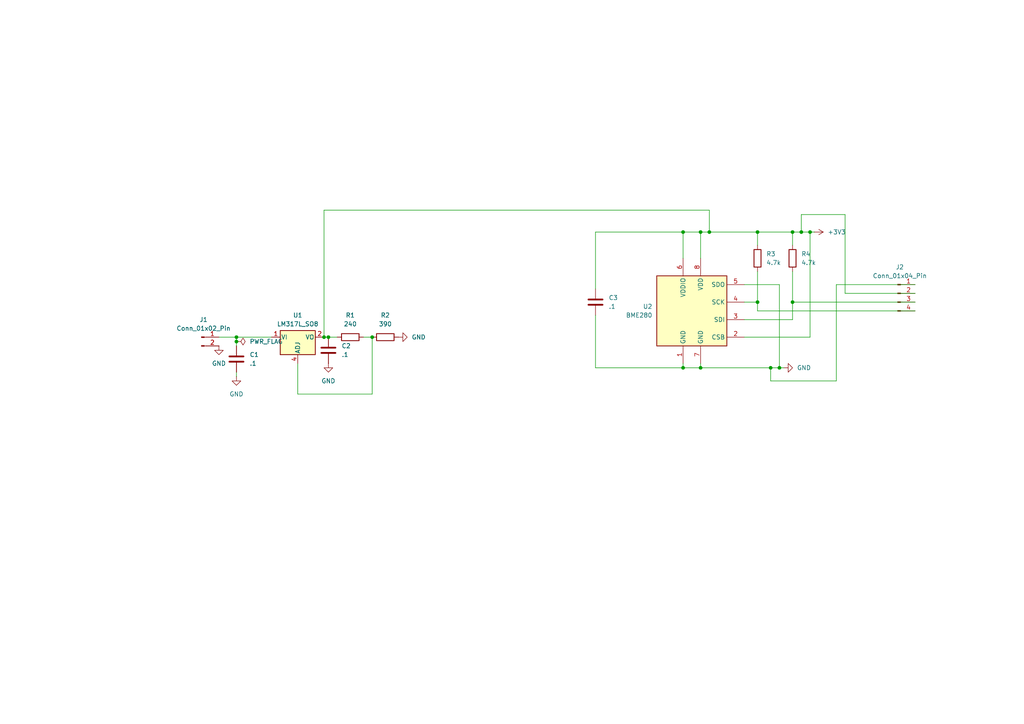
<source format=kicad_sch>
(kicad_sch
	(version 20250114)
	(generator "eeschema")
	(generator_version "9.0")
	(uuid "3b16d47a-97ad-4faa-854a-55f60ae52e66")
	(paper "A4")
	(lib_symbols
		(symbol "Connector:Conn_01x02_Pin"
			(pin_names
				(offset 1.016)
				(hide yes)
			)
			(exclude_from_sim no)
			(in_bom yes)
			(on_board yes)
			(property "Reference" "J"
				(at 0 2.54 0)
				(effects
					(font
						(size 1.27 1.27)
					)
				)
			)
			(property "Value" "Conn_01x02_Pin"
				(at 0 -5.08 0)
				(effects
					(font
						(size 1.27 1.27)
					)
				)
			)
			(property "Footprint" ""
				(at 0 0 0)
				(effects
					(font
						(size 1.27 1.27)
					)
					(hide yes)
				)
			)
			(property "Datasheet" "~"
				(at 0 0 0)
				(effects
					(font
						(size 1.27 1.27)
					)
					(hide yes)
				)
			)
			(property "Description" "Generic connector, single row, 01x02, script generated"
				(at 0 0 0)
				(effects
					(font
						(size 1.27 1.27)
					)
					(hide yes)
				)
			)
			(property "ki_locked" ""
				(at 0 0 0)
				(effects
					(font
						(size 1.27 1.27)
					)
				)
			)
			(property "ki_keywords" "connector"
				(at 0 0 0)
				(effects
					(font
						(size 1.27 1.27)
					)
					(hide yes)
				)
			)
			(property "ki_fp_filters" "Connector*:*_1x??_*"
				(at 0 0 0)
				(effects
					(font
						(size 1.27 1.27)
					)
					(hide yes)
				)
			)
			(symbol "Conn_01x02_Pin_1_1"
				(rectangle
					(start 0.8636 0.127)
					(end 0 -0.127)
					(stroke
						(width 0.1524)
						(type default)
					)
					(fill
						(type outline)
					)
				)
				(rectangle
					(start 0.8636 -2.413)
					(end 0 -2.667)
					(stroke
						(width 0.1524)
						(type default)
					)
					(fill
						(type outline)
					)
				)
				(polyline
					(pts
						(xy 1.27 0) (xy 0.8636 0)
					)
					(stroke
						(width 0.1524)
						(type default)
					)
					(fill
						(type none)
					)
				)
				(polyline
					(pts
						(xy 1.27 -2.54) (xy 0.8636 -2.54)
					)
					(stroke
						(width 0.1524)
						(type default)
					)
					(fill
						(type none)
					)
				)
				(pin passive line
					(at 5.08 0 180)
					(length 3.81)
					(name "Pin_1"
						(effects
							(font
								(size 1.27 1.27)
							)
						)
					)
					(number "1"
						(effects
							(font
								(size 1.27 1.27)
							)
						)
					)
				)
				(pin passive line
					(at 5.08 -2.54 180)
					(length 3.81)
					(name "Pin_2"
						(effects
							(font
								(size 1.27 1.27)
							)
						)
					)
					(number "2"
						(effects
							(font
								(size 1.27 1.27)
							)
						)
					)
				)
			)
			(embedded_fonts no)
		)
		(symbol "Connector:Conn_01x04_Pin"
			(pin_names
				(offset 1.016)
				(hide yes)
			)
			(exclude_from_sim no)
			(in_bom yes)
			(on_board yes)
			(property "Reference" "J"
				(at 0 5.08 0)
				(effects
					(font
						(size 1.27 1.27)
					)
				)
			)
			(property "Value" "Conn_01x04_Pin"
				(at 0 -7.62 0)
				(effects
					(font
						(size 1.27 1.27)
					)
				)
			)
			(property "Footprint" ""
				(at 0 0 0)
				(effects
					(font
						(size 1.27 1.27)
					)
					(hide yes)
				)
			)
			(property "Datasheet" "~"
				(at 0 0 0)
				(effects
					(font
						(size 1.27 1.27)
					)
					(hide yes)
				)
			)
			(property "Description" "Generic connector, single row, 01x04, script generated"
				(at 0 0 0)
				(effects
					(font
						(size 1.27 1.27)
					)
					(hide yes)
				)
			)
			(property "ki_locked" ""
				(at 0 0 0)
				(effects
					(font
						(size 1.27 1.27)
					)
				)
			)
			(property "ki_keywords" "connector"
				(at 0 0 0)
				(effects
					(font
						(size 1.27 1.27)
					)
					(hide yes)
				)
			)
			(property "ki_fp_filters" "Connector*:*_1x??_*"
				(at 0 0 0)
				(effects
					(font
						(size 1.27 1.27)
					)
					(hide yes)
				)
			)
			(symbol "Conn_01x04_Pin_1_1"
				(rectangle
					(start 0.8636 2.667)
					(end 0 2.413)
					(stroke
						(width 0.1524)
						(type default)
					)
					(fill
						(type outline)
					)
				)
				(rectangle
					(start 0.8636 0.127)
					(end 0 -0.127)
					(stroke
						(width 0.1524)
						(type default)
					)
					(fill
						(type outline)
					)
				)
				(rectangle
					(start 0.8636 -2.413)
					(end 0 -2.667)
					(stroke
						(width 0.1524)
						(type default)
					)
					(fill
						(type outline)
					)
				)
				(rectangle
					(start 0.8636 -4.953)
					(end 0 -5.207)
					(stroke
						(width 0.1524)
						(type default)
					)
					(fill
						(type outline)
					)
				)
				(polyline
					(pts
						(xy 1.27 2.54) (xy 0.8636 2.54)
					)
					(stroke
						(width 0.1524)
						(type default)
					)
					(fill
						(type none)
					)
				)
				(polyline
					(pts
						(xy 1.27 0) (xy 0.8636 0)
					)
					(stroke
						(width 0.1524)
						(type default)
					)
					(fill
						(type none)
					)
				)
				(polyline
					(pts
						(xy 1.27 -2.54) (xy 0.8636 -2.54)
					)
					(stroke
						(width 0.1524)
						(type default)
					)
					(fill
						(type none)
					)
				)
				(polyline
					(pts
						(xy 1.27 -5.08) (xy 0.8636 -5.08)
					)
					(stroke
						(width 0.1524)
						(type default)
					)
					(fill
						(type none)
					)
				)
				(pin passive line
					(at 5.08 2.54 180)
					(length 3.81)
					(name "Pin_1"
						(effects
							(font
								(size 1.27 1.27)
							)
						)
					)
					(number "1"
						(effects
							(font
								(size 1.27 1.27)
							)
						)
					)
				)
				(pin passive line
					(at 5.08 0 180)
					(length 3.81)
					(name "Pin_2"
						(effects
							(font
								(size 1.27 1.27)
							)
						)
					)
					(number "2"
						(effects
							(font
								(size 1.27 1.27)
							)
						)
					)
				)
				(pin passive line
					(at 5.08 -2.54 180)
					(length 3.81)
					(name "Pin_3"
						(effects
							(font
								(size 1.27 1.27)
							)
						)
					)
					(number "3"
						(effects
							(font
								(size 1.27 1.27)
							)
						)
					)
				)
				(pin passive line
					(at 5.08 -5.08 180)
					(length 3.81)
					(name "Pin_4"
						(effects
							(font
								(size 1.27 1.27)
							)
						)
					)
					(number "4"
						(effects
							(font
								(size 1.27 1.27)
							)
						)
					)
				)
			)
			(embedded_fonts no)
		)
		(symbol "Device:C"
			(pin_numbers
				(hide yes)
			)
			(pin_names
				(offset 0.254)
			)
			(exclude_from_sim no)
			(in_bom yes)
			(on_board yes)
			(property "Reference" "C"
				(at 0.635 2.54 0)
				(effects
					(font
						(size 1.27 1.27)
					)
					(justify left)
				)
			)
			(property "Value" "C"
				(at 0.635 -2.54 0)
				(effects
					(font
						(size 1.27 1.27)
					)
					(justify left)
				)
			)
			(property "Footprint" ""
				(at 0.9652 -3.81 0)
				(effects
					(font
						(size 1.27 1.27)
					)
					(hide yes)
				)
			)
			(property "Datasheet" "~"
				(at 0 0 0)
				(effects
					(font
						(size 1.27 1.27)
					)
					(hide yes)
				)
			)
			(property "Description" "Unpolarized capacitor"
				(at 0 0 0)
				(effects
					(font
						(size 1.27 1.27)
					)
					(hide yes)
				)
			)
			(property "ki_keywords" "cap capacitor"
				(at 0 0 0)
				(effects
					(font
						(size 1.27 1.27)
					)
					(hide yes)
				)
			)
			(property "ki_fp_filters" "C_*"
				(at 0 0 0)
				(effects
					(font
						(size 1.27 1.27)
					)
					(hide yes)
				)
			)
			(symbol "C_0_1"
				(polyline
					(pts
						(xy -2.032 0.762) (xy 2.032 0.762)
					)
					(stroke
						(width 0.508)
						(type default)
					)
					(fill
						(type none)
					)
				)
				(polyline
					(pts
						(xy -2.032 -0.762) (xy 2.032 -0.762)
					)
					(stroke
						(width 0.508)
						(type default)
					)
					(fill
						(type none)
					)
				)
			)
			(symbol "C_1_1"
				(pin passive line
					(at 0 3.81 270)
					(length 2.794)
					(name "~"
						(effects
							(font
								(size 1.27 1.27)
							)
						)
					)
					(number "1"
						(effects
							(font
								(size 1.27 1.27)
							)
						)
					)
				)
				(pin passive line
					(at 0 -3.81 90)
					(length 2.794)
					(name "~"
						(effects
							(font
								(size 1.27 1.27)
							)
						)
					)
					(number "2"
						(effects
							(font
								(size 1.27 1.27)
							)
						)
					)
				)
			)
			(embedded_fonts no)
		)
		(symbol "Device:R"
			(pin_numbers
				(hide yes)
			)
			(pin_names
				(offset 0)
			)
			(exclude_from_sim no)
			(in_bom yes)
			(on_board yes)
			(property "Reference" "R"
				(at 2.032 0 90)
				(effects
					(font
						(size 1.27 1.27)
					)
				)
			)
			(property "Value" "R"
				(at 0 0 90)
				(effects
					(font
						(size 1.27 1.27)
					)
				)
			)
			(property "Footprint" ""
				(at -1.778 0 90)
				(effects
					(font
						(size 1.27 1.27)
					)
					(hide yes)
				)
			)
			(property "Datasheet" "~"
				(at 0 0 0)
				(effects
					(font
						(size 1.27 1.27)
					)
					(hide yes)
				)
			)
			(property "Description" "Resistor"
				(at 0 0 0)
				(effects
					(font
						(size 1.27 1.27)
					)
					(hide yes)
				)
			)
			(property "ki_keywords" "R res resistor"
				(at 0 0 0)
				(effects
					(font
						(size 1.27 1.27)
					)
					(hide yes)
				)
			)
			(property "ki_fp_filters" "R_*"
				(at 0 0 0)
				(effects
					(font
						(size 1.27 1.27)
					)
					(hide yes)
				)
			)
			(symbol "R_0_1"
				(rectangle
					(start -1.016 -2.54)
					(end 1.016 2.54)
					(stroke
						(width 0.254)
						(type default)
					)
					(fill
						(type none)
					)
				)
			)
			(symbol "R_1_1"
				(pin passive line
					(at 0 3.81 270)
					(length 1.27)
					(name "~"
						(effects
							(font
								(size 1.27 1.27)
							)
						)
					)
					(number "1"
						(effects
							(font
								(size 1.27 1.27)
							)
						)
					)
				)
				(pin passive line
					(at 0 -3.81 90)
					(length 1.27)
					(name "~"
						(effects
							(font
								(size 1.27 1.27)
							)
						)
					)
					(number "2"
						(effects
							(font
								(size 1.27 1.27)
							)
						)
					)
				)
			)
			(embedded_fonts no)
		)
		(symbol "Regulator_Linear:LM317L_SO8"
			(pin_names
				(offset 0.254)
			)
			(exclude_from_sim no)
			(in_bom yes)
			(on_board yes)
			(property "Reference" "U"
				(at -3.81 3.175 0)
				(effects
					(font
						(size 1.27 1.27)
					)
				)
			)
			(property "Value" "LM317L_SO8"
				(at 0 3.175 0)
				(effects
					(font
						(size 1.27 1.27)
					)
					(justify left)
				)
			)
			(property "Footprint" "Package_SO:SOIC-8_3.9x4.9mm_P1.27mm"
				(at 0 5.08 0)
				(effects
					(font
						(size 1.27 1.27)
						(italic yes)
					)
					(hide yes)
				)
			)
			(property "Datasheet" "http://www.ti.com/lit/ds/snvs775k/snvs775k.pdf"
				(at 0 -5.08 0)
				(effects
					(font
						(size 1.27 1.27)
					)
					(hide yes)
				)
			)
			(property "Description" "100mA 35V Adjustable Linear Regulator, SO-8"
				(at 0 0 0)
				(effects
					(font
						(size 1.27 1.27)
					)
					(hide yes)
				)
			)
			(property "ki_keywords" "Adjustable Voltage Regulator 100mA Positive"
				(at 0 0 0)
				(effects
					(font
						(size 1.27 1.27)
					)
					(hide yes)
				)
			)
			(property "ki_fp_filters" "SOIC*3.9x4.9mm*P1.27mm*"
				(at 0 0 0)
				(effects
					(font
						(size 1.27 1.27)
					)
					(hide yes)
				)
			)
			(symbol "LM317L_SO8_0_1"
				(rectangle
					(start -5.08 1.905)
					(end 5.08 -5.08)
					(stroke
						(width 0.254)
						(type default)
					)
					(fill
						(type background)
					)
				)
			)
			(symbol "LM317L_SO8_1_1"
				(pin power_in line
					(at -7.62 0 0)
					(length 2.54)
					(name "VI"
						(effects
							(font
								(size 1.27 1.27)
							)
						)
					)
					(number "1"
						(effects
							(font
								(size 1.27 1.27)
							)
						)
					)
				)
				(pin no_connect line
					(at -5.08 -2.54 0)
					(length 2.54)
					(hide yes)
					(name "NC"
						(effects
							(font
								(size 1.27 1.27)
							)
						)
					)
					(number "5"
						(effects
							(font
								(size 1.27 1.27)
							)
						)
					)
				)
				(pin input line
					(at 0 -7.62 90)
					(length 2.54)
					(name "ADJ"
						(effects
							(font
								(size 1.27 1.27)
							)
						)
					)
					(number "4"
						(effects
							(font
								(size 1.27 1.27)
							)
						)
					)
				)
				(pin no_connect line
					(at 5.08 -2.54 180)
					(length 2.54)
					(hide yes)
					(name "NC"
						(effects
							(font
								(size 1.27 1.27)
							)
						)
					)
					(number "8"
						(effects
							(font
								(size 1.27 1.27)
							)
						)
					)
				)
				(pin power_out line
					(at 7.62 0 180)
					(length 2.54)
					(name "VO"
						(effects
							(font
								(size 1.27 1.27)
							)
						)
					)
					(number "2"
						(effects
							(font
								(size 1.27 1.27)
							)
						)
					)
				)
				(pin passive line
					(at 7.62 0 180)
					(length 2.54)
					(hide yes)
					(name "VO"
						(effects
							(font
								(size 1.27 1.27)
							)
						)
					)
					(number "3"
						(effects
							(font
								(size 1.27 1.27)
							)
						)
					)
				)
				(pin passive line
					(at 7.62 0 180)
					(length 2.54)
					(hide yes)
					(name "VO"
						(effects
							(font
								(size 1.27 1.27)
							)
						)
					)
					(number "6"
						(effects
							(font
								(size 1.27 1.27)
							)
						)
					)
				)
				(pin passive line
					(at 7.62 0 180)
					(length 2.54)
					(hide yes)
					(name "VO"
						(effects
							(font
								(size 1.27 1.27)
							)
						)
					)
					(number "7"
						(effects
							(font
								(size 1.27 1.27)
							)
						)
					)
				)
			)
			(embedded_fonts no)
		)
		(symbol "Sensor:BME280"
			(exclude_from_sim no)
			(in_bom yes)
			(on_board yes)
			(property "Reference" "U"
				(at -8.89 11.43 0)
				(effects
					(font
						(size 1.27 1.27)
					)
				)
			)
			(property "Value" "BME280"
				(at 7.62 11.43 0)
				(effects
					(font
						(size 1.27 1.27)
					)
				)
			)
			(property "Footprint" "Package_LGA:Bosch_LGA-8_2.5x2.5mm_P0.65mm_ClockwisePinNumbering"
				(at 38.1 -11.43 0)
				(effects
					(font
						(size 1.27 1.27)
					)
					(hide yes)
				)
			)
			(property "Datasheet" "https://www.bosch-sensortec.com/media/boschsensortec/downloads/datasheets/bst-bme280-ds002.pdf"
				(at 0 -5.08 0)
				(effects
					(font
						(size 1.27 1.27)
					)
					(hide yes)
				)
			)
			(property "Description" "3-in-1 sensor, humidity, pressure, temperature, I2C and SPI interface, 1.71-3.6V, LGA-8"
				(at 0 0 0)
				(effects
					(font
						(size 1.27 1.27)
					)
					(hide yes)
				)
			)
			(property "ki_keywords" "Bosch pressure humidity temperature environment environmental measurement digital"
				(at 0 0 0)
				(effects
					(font
						(size 1.27 1.27)
					)
					(hide yes)
				)
			)
			(property "ki_fp_filters" "*LGA*2.5x2.5mm*P0.65mm*Clockwise*"
				(at 0 0 0)
				(effects
					(font
						(size 1.27 1.27)
					)
					(hide yes)
				)
			)
			(symbol "BME280_0_1"
				(rectangle
					(start -10.16 10.16)
					(end 10.16 -10.16)
					(stroke
						(width 0.254)
						(type default)
					)
					(fill
						(type background)
					)
				)
			)
			(symbol "BME280_1_1"
				(pin power_in line
					(at -2.54 15.24 270)
					(length 5.08)
					(name "VDDIO"
						(effects
							(font
								(size 1.27 1.27)
							)
						)
					)
					(number "6"
						(effects
							(font
								(size 1.27 1.27)
							)
						)
					)
				)
				(pin power_in line
					(at -2.54 -15.24 90)
					(length 5.08)
					(name "GND"
						(effects
							(font
								(size 1.27 1.27)
							)
						)
					)
					(number "1"
						(effects
							(font
								(size 1.27 1.27)
							)
						)
					)
				)
				(pin power_in line
					(at 2.54 15.24 270)
					(length 5.08)
					(name "VDD"
						(effects
							(font
								(size 1.27 1.27)
							)
						)
					)
					(number "8"
						(effects
							(font
								(size 1.27 1.27)
							)
						)
					)
				)
				(pin power_in line
					(at 2.54 -15.24 90)
					(length 5.08)
					(name "GND"
						(effects
							(font
								(size 1.27 1.27)
							)
						)
					)
					(number "7"
						(effects
							(font
								(size 1.27 1.27)
							)
						)
					)
				)
				(pin bidirectional line
					(at 15.24 7.62 180)
					(length 5.08)
					(name "SDO"
						(effects
							(font
								(size 1.27 1.27)
							)
						)
					)
					(number "5"
						(effects
							(font
								(size 1.27 1.27)
							)
						)
					)
				)
				(pin input line
					(at 15.24 2.54 180)
					(length 5.08)
					(name "SCK"
						(effects
							(font
								(size 1.27 1.27)
							)
						)
					)
					(number "4"
						(effects
							(font
								(size 1.27 1.27)
							)
						)
					)
				)
				(pin bidirectional line
					(at 15.24 -2.54 180)
					(length 5.08)
					(name "SDI"
						(effects
							(font
								(size 1.27 1.27)
							)
						)
					)
					(number "3"
						(effects
							(font
								(size 1.27 1.27)
							)
						)
					)
				)
				(pin input line
					(at 15.24 -7.62 180)
					(length 5.08)
					(name "CSB"
						(effects
							(font
								(size 1.27 1.27)
							)
						)
					)
					(number "2"
						(effects
							(font
								(size 1.27 1.27)
							)
						)
					)
				)
			)
			(embedded_fonts no)
		)
		(symbol "power:+3V3"
			(power)
			(pin_numbers
				(hide yes)
			)
			(pin_names
				(offset 0)
				(hide yes)
			)
			(exclude_from_sim no)
			(in_bom yes)
			(on_board yes)
			(property "Reference" "#PWR"
				(at 0 -3.81 0)
				(effects
					(font
						(size 1.27 1.27)
					)
					(hide yes)
				)
			)
			(property "Value" "+3V3"
				(at 0 3.556 0)
				(effects
					(font
						(size 1.27 1.27)
					)
				)
			)
			(property "Footprint" ""
				(at 0 0 0)
				(effects
					(font
						(size 1.27 1.27)
					)
					(hide yes)
				)
			)
			(property "Datasheet" ""
				(at 0 0 0)
				(effects
					(font
						(size 1.27 1.27)
					)
					(hide yes)
				)
			)
			(property "Description" "Power symbol creates a global label with name \"+3V3\""
				(at 0 0 0)
				(effects
					(font
						(size 1.27 1.27)
					)
					(hide yes)
				)
			)
			(property "ki_keywords" "global power"
				(at 0 0 0)
				(effects
					(font
						(size 1.27 1.27)
					)
					(hide yes)
				)
			)
			(symbol "+3V3_0_1"
				(polyline
					(pts
						(xy -0.762 1.27) (xy 0 2.54)
					)
					(stroke
						(width 0)
						(type default)
					)
					(fill
						(type none)
					)
				)
				(polyline
					(pts
						(xy 0 2.54) (xy 0.762 1.27)
					)
					(stroke
						(width 0)
						(type default)
					)
					(fill
						(type none)
					)
				)
				(polyline
					(pts
						(xy 0 0) (xy 0 2.54)
					)
					(stroke
						(width 0)
						(type default)
					)
					(fill
						(type none)
					)
				)
			)
			(symbol "+3V3_1_1"
				(pin power_in line
					(at 0 0 90)
					(length 0)
					(name "~"
						(effects
							(font
								(size 1.27 1.27)
							)
						)
					)
					(number "1"
						(effects
							(font
								(size 1.27 1.27)
							)
						)
					)
				)
			)
			(embedded_fonts no)
		)
		(symbol "power:GND"
			(power)
			(pin_numbers
				(hide yes)
			)
			(pin_names
				(offset 0)
				(hide yes)
			)
			(exclude_from_sim no)
			(in_bom yes)
			(on_board yes)
			(property "Reference" "#PWR"
				(at 0 -6.35 0)
				(effects
					(font
						(size 1.27 1.27)
					)
					(hide yes)
				)
			)
			(property "Value" "GND"
				(at 0 -3.81 0)
				(effects
					(font
						(size 1.27 1.27)
					)
				)
			)
			(property "Footprint" ""
				(at 0 0 0)
				(effects
					(font
						(size 1.27 1.27)
					)
					(hide yes)
				)
			)
			(property "Datasheet" ""
				(at 0 0 0)
				(effects
					(font
						(size 1.27 1.27)
					)
					(hide yes)
				)
			)
			(property "Description" "Power symbol creates a global label with name \"GND\" , ground"
				(at 0 0 0)
				(effects
					(font
						(size 1.27 1.27)
					)
					(hide yes)
				)
			)
			(property "ki_keywords" "global power"
				(at 0 0 0)
				(effects
					(font
						(size 1.27 1.27)
					)
					(hide yes)
				)
			)
			(symbol "GND_0_1"
				(polyline
					(pts
						(xy 0 0) (xy 0 -1.27) (xy 1.27 -1.27) (xy 0 -2.54) (xy -1.27 -1.27) (xy 0 -1.27)
					)
					(stroke
						(width 0)
						(type default)
					)
					(fill
						(type none)
					)
				)
			)
			(symbol "GND_1_1"
				(pin power_in line
					(at 0 0 270)
					(length 0)
					(name "~"
						(effects
							(font
								(size 1.27 1.27)
							)
						)
					)
					(number "1"
						(effects
							(font
								(size 1.27 1.27)
							)
						)
					)
				)
			)
			(embedded_fonts no)
		)
		(symbol "power:PWR_FLAG"
			(power)
			(pin_numbers
				(hide yes)
			)
			(pin_names
				(offset 0)
				(hide yes)
			)
			(exclude_from_sim no)
			(in_bom yes)
			(on_board yes)
			(property "Reference" "#FLG"
				(at 0 1.905 0)
				(effects
					(font
						(size 1.27 1.27)
					)
					(hide yes)
				)
			)
			(property "Value" "PWR_FLAG"
				(at 0 3.81 0)
				(effects
					(font
						(size 1.27 1.27)
					)
				)
			)
			(property "Footprint" ""
				(at 0 0 0)
				(effects
					(font
						(size 1.27 1.27)
					)
					(hide yes)
				)
			)
			(property "Datasheet" "~"
				(at 0 0 0)
				(effects
					(font
						(size 1.27 1.27)
					)
					(hide yes)
				)
			)
			(property "Description" "Special symbol for telling ERC where power comes from"
				(at 0 0 0)
				(effects
					(font
						(size 1.27 1.27)
					)
					(hide yes)
				)
			)
			(property "ki_keywords" "flag power"
				(at 0 0 0)
				(effects
					(font
						(size 1.27 1.27)
					)
					(hide yes)
				)
			)
			(symbol "PWR_FLAG_0_0"
				(pin power_out line
					(at 0 0 90)
					(length 0)
					(name "~"
						(effects
							(font
								(size 1.27 1.27)
							)
						)
					)
					(number "1"
						(effects
							(font
								(size 1.27 1.27)
							)
						)
					)
				)
			)
			(symbol "PWR_FLAG_0_1"
				(polyline
					(pts
						(xy 0 0) (xy 0 1.27) (xy -1.016 1.905) (xy 0 2.54) (xy 1.016 1.905) (xy 0 1.27)
					)
					(stroke
						(width 0)
						(type default)
					)
					(fill
						(type none)
					)
				)
			)
			(embedded_fonts no)
		)
	)
	(junction
		(at 68.58 99.06)
		(diameter 0)
		(color 0 0 0 0)
		(uuid "1a9ea47a-0f6f-4733-9593-f16394693777")
	)
	(junction
		(at 205.74 67.31)
		(diameter 0)
		(color 0 0 0 0)
		(uuid "1e104908-fb56-499c-bf75-adaed6d6fad9")
	)
	(junction
		(at 93.98 97.79)
		(diameter 0)
		(color 0 0 0 0)
		(uuid "246e1762-08d8-4b39-be24-bec949478a6e")
	)
	(junction
		(at 203.2 106.68)
		(diameter 0)
		(color 0 0 0 0)
		(uuid "2a1e8299-ceed-4b06-a10c-7775d48a4c7a")
	)
	(junction
		(at 232.41 67.31)
		(diameter 0)
		(color 0 0 0 0)
		(uuid "2c700ac0-885c-4256-bd11-89e099b19a9c")
	)
	(junction
		(at 95.25 97.79)
		(diameter 0)
		(color 0 0 0 0)
		(uuid "33709896-fb2c-4b2d-9d6e-7f39ba18105a")
	)
	(junction
		(at 219.71 87.63)
		(diameter 0)
		(color 0 0 0 0)
		(uuid "3a9f88cb-367c-491d-958c-7ab118d96b31")
	)
	(junction
		(at 198.12 67.31)
		(diameter 0)
		(color 0 0 0 0)
		(uuid "45839119-e3ca-4308-9964-bd6b343d2fce")
	)
	(junction
		(at 203.2 67.31)
		(diameter 0)
		(color 0 0 0 0)
		(uuid "48dc16dc-c720-49d8-a40e-232107ec43a7")
	)
	(junction
		(at 223.52 106.68)
		(diameter 0)
		(color 0 0 0 0)
		(uuid "5a62b7b3-5875-4219-b526-40f464239c65")
	)
	(junction
		(at 68.58 97.79)
		(diameter 0)
		(color 0 0 0 0)
		(uuid "5e8e6b7e-4fe8-4da8-98bf-f545e2f6970c")
	)
	(junction
		(at 229.87 87.63)
		(diameter 0)
		(color 0 0 0 0)
		(uuid "7979fb3d-ec82-4e7d-be62-e6e91325f187")
	)
	(junction
		(at 219.71 67.31)
		(diameter 0)
		(color 0 0 0 0)
		(uuid "79c735c6-e56b-471c-a5f5-873b0c84f25b")
	)
	(junction
		(at 226.06 106.68)
		(diameter 0)
		(color 0 0 0 0)
		(uuid "ba4b5f2a-7b4f-429f-9d5d-08ce90409a5a")
	)
	(junction
		(at 198.12 106.68)
		(diameter 0)
		(color 0 0 0 0)
		(uuid "dda006f0-2500-46fe-a8c5-e623cadf896b")
	)
	(junction
		(at 107.95 97.79)
		(diameter 0)
		(color 0 0 0 0)
		(uuid "e26758a9-547d-4e1d-9184-183826caadb7")
	)
	(junction
		(at 229.87 67.31)
		(diameter 0)
		(color 0 0 0 0)
		(uuid "f683b0f0-c403-476d-99e3-30c33abc1203")
	)
	(junction
		(at 234.95 67.31)
		(diameter 0)
		(color 0 0 0 0)
		(uuid "fe0c0005-c08a-4c3f-87b3-c0bc23e909eb")
	)
	(wire
		(pts
			(xy 265.43 82.55) (xy 242.57 82.55)
		)
		(stroke
			(width 0)
			(type default)
		)
		(uuid "11eed0b5-ee59-4b77-bbf6-de19cc891d0d")
	)
	(wire
		(pts
			(xy 86.36 114.3) (xy 107.95 114.3)
		)
		(stroke
			(width 0)
			(type default)
		)
		(uuid "129c3b67-3364-4d06-aa09-c7f0a73ba7c8")
	)
	(wire
		(pts
			(xy 172.72 91.44) (xy 172.72 106.68)
		)
		(stroke
			(width 0)
			(type default)
		)
		(uuid "13e30515-42e9-404c-acbd-4893cfae39eb")
	)
	(wire
		(pts
			(xy 97.79 97.79) (xy 95.25 97.79)
		)
		(stroke
			(width 0)
			(type default)
		)
		(uuid "14168497-8016-4cbb-acbe-10cfbe2d3362")
	)
	(wire
		(pts
			(xy 229.87 67.31) (xy 232.41 67.31)
		)
		(stroke
			(width 0)
			(type default)
		)
		(uuid "1d37a02d-9b93-4c2e-a74a-c42689515233")
	)
	(wire
		(pts
			(xy 93.98 97.79) (xy 93.98 60.96)
		)
		(stroke
			(width 0)
			(type default)
		)
		(uuid "217f9681-e385-473a-a5db-62b725a68b37")
	)
	(wire
		(pts
			(xy 229.87 67.31) (xy 229.87 71.12)
		)
		(stroke
			(width 0)
			(type default)
		)
		(uuid "220dd122-c239-4942-ac2d-2312bb3a73ce")
	)
	(wire
		(pts
			(xy 234.95 97.79) (xy 234.95 67.31)
		)
		(stroke
			(width 0)
			(type default)
		)
		(uuid "235d8a81-b0aa-4ecc-ace8-ebcd5e449212")
	)
	(wire
		(pts
			(xy 229.87 87.63) (xy 265.43 87.63)
		)
		(stroke
			(width 0)
			(type default)
		)
		(uuid "2b312d8b-26f0-435f-af15-2bd23b4e573c")
	)
	(wire
		(pts
			(xy 86.36 114.3) (xy 86.36 105.41)
		)
		(stroke
			(width 0)
			(type default)
		)
		(uuid "2c56f3f5-1903-40f3-b8fd-c57a12604fb4")
	)
	(wire
		(pts
			(xy 172.72 106.68) (xy 198.12 106.68)
		)
		(stroke
			(width 0)
			(type default)
		)
		(uuid "2caf621c-2776-4f5d-a1a8-c131c19428cd")
	)
	(wire
		(pts
			(xy 229.87 87.63) (xy 229.87 78.74)
		)
		(stroke
			(width 0)
			(type default)
		)
		(uuid "2ea71c73-5e63-4e07-8599-79007275980b")
	)
	(wire
		(pts
			(xy 203.2 67.31) (xy 205.74 67.31)
		)
		(stroke
			(width 0)
			(type default)
		)
		(uuid "385e2a2f-4a53-4900-8936-ed3f2eea1d87")
	)
	(wire
		(pts
			(xy 226.06 82.55) (xy 226.06 106.68)
		)
		(stroke
			(width 0)
			(type default)
		)
		(uuid "404492e2-a34a-482f-8a66-781265fa2eec")
	)
	(wire
		(pts
			(xy 215.9 97.79) (xy 234.95 97.79)
		)
		(stroke
			(width 0)
			(type default)
		)
		(uuid "41570857-9e0d-4be3-b777-4ac5dbc3eab6")
	)
	(wire
		(pts
			(xy 68.58 107.95) (xy 68.58 109.22)
		)
		(stroke
			(width 0)
			(type default)
		)
		(uuid "487a2694-80e5-4300-9581-413d38c789d6")
	)
	(wire
		(pts
			(xy 245.11 85.09) (xy 245.11 62.23)
		)
		(stroke
			(width 0)
			(type default)
		)
		(uuid "54518755-1180-4d1f-91e1-b3526bd62e38")
	)
	(wire
		(pts
			(xy 203.2 106.68) (xy 223.52 106.68)
		)
		(stroke
			(width 0)
			(type default)
		)
		(uuid "558262bf-582d-4484-aaa2-2979ee83d2b7")
	)
	(wire
		(pts
			(xy 68.58 100.33) (xy 68.58 99.06)
		)
		(stroke
			(width 0)
			(type default)
		)
		(uuid "5971304b-0ef1-493e-bcaf-e578b6c6b3b5")
	)
	(wire
		(pts
			(xy 223.52 110.49) (xy 223.52 106.68)
		)
		(stroke
			(width 0)
			(type default)
		)
		(uuid "5abe3c35-ccee-4182-92fb-ca3e7d1d4a02")
	)
	(wire
		(pts
			(xy 172.72 83.82) (xy 172.72 67.31)
		)
		(stroke
			(width 0)
			(type default)
		)
		(uuid "5c18403a-7d28-4ed0-959c-6ef64b36570a")
	)
	(wire
		(pts
			(xy 198.12 67.31) (xy 203.2 67.31)
		)
		(stroke
			(width 0)
			(type default)
		)
		(uuid "64efe1fe-2656-4904-a7a5-1b9492bd0651")
	)
	(wire
		(pts
			(xy 63.5 97.79) (xy 68.58 97.79)
		)
		(stroke
			(width 0)
			(type default)
		)
		(uuid "65968fcb-9e58-452c-b53a-ccf616cba8cb")
	)
	(wire
		(pts
			(xy 242.57 110.49) (xy 223.52 110.49)
		)
		(stroke
			(width 0)
			(type default)
		)
		(uuid "668e42dd-7f66-4710-989f-d740532a1e26")
	)
	(wire
		(pts
			(xy 95.25 97.79) (xy 93.98 97.79)
		)
		(stroke
			(width 0)
			(type default)
		)
		(uuid "694b2d63-e9a7-45f5-9667-b2e0461df19b")
	)
	(wire
		(pts
			(xy 198.12 74.93) (xy 198.12 67.31)
		)
		(stroke
			(width 0)
			(type default)
		)
		(uuid "7297bd2c-9044-44e9-8584-ad4b2213bcf9")
	)
	(wire
		(pts
			(xy 245.11 85.09) (xy 265.43 85.09)
		)
		(stroke
			(width 0)
			(type default)
		)
		(uuid "757bc805-0301-4f40-9756-87d7fb4d746a")
	)
	(wire
		(pts
			(xy 219.71 67.31) (xy 229.87 67.31)
		)
		(stroke
			(width 0)
			(type default)
		)
		(uuid "7d4c6c1a-e5e6-40f4-baa6-e2daf3bcf224")
	)
	(wire
		(pts
			(xy 93.98 60.96) (xy 205.74 60.96)
		)
		(stroke
			(width 0)
			(type default)
		)
		(uuid "7fabe11f-0d4b-483c-ba15-58e6caac0310")
	)
	(wire
		(pts
			(xy 105.41 97.79) (xy 107.95 97.79)
		)
		(stroke
			(width 0)
			(type default)
		)
		(uuid "8130305c-2aaf-48d8-b09f-d0783057ad52")
	)
	(wire
		(pts
			(xy 232.41 62.23) (xy 232.41 67.31)
		)
		(stroke
			(width 0)
			(type default)
		)
		(uuid "836c6b24-0176-40cf-800a-5535931d7a38")
	)
	(wire
		(pts
			(xy 68.58 97.79) (xy 78.74 97.79)
		)
		(stroke
			(width 0)
			(type default)
		)
		(uuid "8ff4404a-c7c4-4d62-a32c-86365d58ed23")
	)
	(wire
		(pts
			(xy 219.71 90.17) (xy 219.71 87.63)
		)
		(stroke
			(width 0)
			(type default)
		)
		(uuid "92dbe4de-d18e-44fe-8e3d-510ade02d649")
	)
	(wire
		(pts
			(xy 219.71 67.31) (xy 219.71 71.12)
		)
		(stroke
			(width 0)
			(type default)
		)
		(uuid "93dffea4-2c03-4ab6-9c09-d1026d2d4540")
	)
	(wire
		(pts
			(xy 205.74 60.96) (xy 205.74 67.31)
		)
		(stroke
			(width 0)
			(type default)
		)
		(uuid "96d7e227-8cf3-4420-9508-db11c5e644d3")
	)
	(wire
		(pts
			(xy 245.11 62.23) (xy 232.41 62.23)
		)
		(stroke
			(width 0)
			(type default)
		)
		(uuid "9dd64d8e-f50d-45fb-b330-e8fcc60c0473")
	)
	(wire
		(pts
			(xy 232.41 67.31) (xy 234.95 67.31)
		)
		(stroke
			(width 0)
			(type default)
		)
		(uuid "a10e8426-cdcc-424b-ba15-2bbe608b80f9")
	)
	(wire
		(pts
			(xy 172.72 67.31) (xy 198.12 67.31)
		)
		(stroke
			(width 0)
			(type default)
		)
		(uuid "a72cc625-c81e-4931-a17f-66ccecb5c5db")
	)
	(wire
		(pts
			(xy 203.2 74.93) (xy 203.2 67.31)
		)
		(stroke
			(width 0)
			(type default)
		)
		(uuid "a95bfa58-45e1-495a-8c57-67d7db3a02b3")
	)
	(wire
		(pts
			(xy 226.06 106.68) (xy 227.33 106.68)
		)
		(stroke
			(width 0)
			(type default)
		)
		(uuid "ac1e784e-c23c-4552-a415-bb82c2f557c0")
	)
	(wire
		(pts
			(xy 215.9 92.71) (xy 229.87 92.71)
		)
		(stroke
			(width 0)
			(type default)
		)
		(uuid "afaf4aa4-cc24-43e4-b397-eabf3f320a10")
	)
	(wire
		(pts
			(xy 107.95 97.79) (xy 107.95 114.3)
		)
		(stroke
			(width 0)
			(type default)
		)
		(uuid "b182f934-d687-4ef4-b9d9-5fcb2efa0e97")
	)
	(wire
		(pts
			(xy 242.57 82.55) (xy 242.57 110.49)
		)
		(stroke
			(width 0)
			(type default)
		)
		(uuid "b45b316b-6c96-4183-820f-4b9b226f0798")
	)
	(wire
		(pts
			(xy 198.12 106.68) (xy 203.2 106.68)
		)
		(stroke
			(width 0)
			(type default)
		)
		(uuid "b8aee30e-b51e-4b57-8687-0c749495cea1")
	)
	(wire
		(pts
			(xy 219.71 87.63) (xy 219.71 78.74)
		)
		(stroke
			(width 0)
			(type default)
		)
		(uuid "cf715e23-0c3b-4bd9-8172-83f8f525b558")
	)
	(wire
		(pts
			(xy 234.95 67.31) (xy 236.22 67.31)
		)
		(stroke
			(width 0)
			(type default)
		)
		(uuid "d25f8ca9-c0fa-46c7-b586-0586e1bcef4c")
	)
	(wire
		(pts
			(xy 223.52 106.68) (xy 226.06 106.68)
		)
		(stroke
			(width 0)
			(type default)
		)
		(uuid "d3ad9c37-11a8-4680-ac9e-f22f6b783594")
	)
	(wire
		(pts
			(xy 68.58 99.06) (xy 68.58 97.79)
		)
		(stroke
			(width 0)
			(type default)
		)
		(uuid "dca33573-b034-4b58-b024-e28d999ce315")
	)
	(wire
		(pts
			(xy 215.9 87.63) (xy 219.71 87.63)
		)
		(stroke
			(width 0)
			(type default)
		)
		(uuid "dd930c0f-00f2-4352-a572-b9156592c972")
	)
	(wire
		(pts
			(xy 215.9 82.55) (xy 226.06 82.55)
		)
		(stroke
			(width 0)
			(type default)
		)
		(uuid "de0e63c4-3bc2-487b-a5d9-3dc3813a2e3a")
	)
	(wire
		(pts
			(xy 203.2 105.41) (xy 203.2 106.68)
		)
		(stroke
			(width 0)
			(type default)
		)
		(uuid "e014fece-5719-48ac-a198-8d7c47e94a65")
	)
	(wire
		(pts
			(xy 229.87 92.71) (xy 229.87 87.63)
		)
		(stroke
			(width 0)
			(type default)
		)
		(uuid "e46f6b56-a9ae-48ef-8c10-77a73bf11bb0")
	)
	(wire
		(pts
			(xy 265.43 90.17) (xy 219.71 90.17)
		)
		(stroke
			(width 0)
			(type default)
		)
		(uuid "e6832359-7a0a-4378-829a-4f32fa6b34b2")
	)
	(wire
		(pts
			(xy 198.12 105.41) (xy 198.12 106.68)
		)
		(stroke
			(width 0)
			(type default)
		)
		(uuid "fd7f7993-ddb3-42df-a8a8-5b0d5a4c5bba")
	)
	(wire
		(pts
			(xy 205.74 67.31) (xy 219.71 67.31)
		)
		(stroke
			(width 0)
			(type default)
		)
		(uuid "fe9688ac-84f9-48cd-8342-b48750044e5f")
	)
	(symbol
		(lib_id "Device:C")
		(at 95.25 101.6 0)
		(unit 1)
		(exclude_from_sim no)
		(in_bom yes)
		(on_board yes)
		(dnp no)
		(fields_autoplaced yes)
		(uuid "08bcf63a-235a-4783-ab76-2967cf5e393c")
		(property "Reference" "C2"
			(at 99.06 100.3299 0)
			(effects
				(font
					(size 1.27 1.27)
				)
				(justify left)
			)
		)
		(property "Value" ".1"
			(at 99.06 102.8699 0)
			(effects
				(font
					(size 1.27 1.27)
				)
				(justify left)
			)
		)
		(property "Footprint" "Capacitor_SMD:C_0805_2012Metric"
			(at 96.2152 105.41 0)
			(effects
				(font
					(size 1.27 1.27)
				)
				(hide yes)
			)
		)
		(property "Datasheet" "~"
			(at 95.25 101.6 0)
			(effects
				(font
					(size 1.27 1.27)
				)
				(hide yes)
			)
		)
		(property "Description" "Unpolarized capacitor"
			(at 95.25 101.6 0)
			(effects
				(font
					(size 1.27 1.27)
				)
				(hide yes)
			)
		)
		(pin "2"
			(uuid "e053cde5-aacc-4f33-9bc6-c8dadd7d6b7c")
		)
		(pin "1"
			(uuid "1d54474f-6b5c-426a-8a37-39277ca2a9ab")
		)
		(instances
			(project ""
				(path "/3b16d47a-97ad-4faa-854a-55f60ae52e66"
					(reference "C2")
					(unit 1)
				)
			)
		)
	)
	(symbol
		(lib_id "Device:C")
		(at 68.58 104.14 180)
		(unit 1)
		(exclude_from_sim no)
		(in_bom yes)
		(on_board yes)
		(dnp no)
		(fields_autoplaced yes)
		(uuid "20fd3db2-6d08-4342-b862-d4d447a60f20")
		(property "Reference" "C1"
			(at 72.39 102.8699 0)
			(effects
				(font
					(size 1.27 1.27)
				)
				(justify right)
			)
		)
		(property "Value" ".1"
			(at 72.39 105.4099 0)
			(effects
				(font
					(size 1.27 1.27)
				)
				(justify right)
			)
		)
		(property "Footprint" "Capacitor_SMD:C_0805_2012Metric"
			(at 67.6148 100.33 0)
			(effects
				(font
					(size 1.27 1.27)
				)
				(hide yes)
			)
		)
		(property "Datasheet" "~"
			(at 68.58 104.14 0)
			(effects
				(font
					(size 1.27 1.27)
				)
				(hide yes)
			)
		)
		(property "Description" "Unpolarized capacitor"
			(at 68.58 104.14 0)
			(effects
				(font
					(size 1.27 1.27)
				)
				(hide yes)
			)
		)
		(pin "1"
			(uuid "05409cfa-5a95-4b70-8be7-f0db899a0b1f")
		)
		(pin "2"
			(uuid "3b53f30e-dff3-4aee-ab96-accf18e49355")
		)
		(instances
			(project ""
				(path "/3b16d47a-97ad-4faa-854a-55f60ae52e66"
					(reference "C1")
					(unit 1)
				)
			)
		)
	)
	(symbol
		(lib_id "Device:R")
		(at 229.87 74.93 0)
		(unit 1)
		(exclude_from_sim no)
		(in_bom yes)
		(on_board yes)
		(dnp no)
		(fields_autoplaced yes)
		(uuid "231f5c6f-6db3-45e2-a7f8-42a44d2fafff")
		(property "Reference" "R4"
			(at 232.41 73.6599 0)
			(effects
				(font
					(size 1.27 1.27)
				)
				(justify left)
			)
		)
		(property "Value" "4.7k"
			(at 232.41 76.1999 0)
			(effects
				(font
					(size 1.27 1.27)
				)
				(justify left)
			)
		)
		(property "Footprint" "Resistor_SMD:R_0805_2012Metric"
			(at 228.092 74.93 90)
			(effects
				(font
					(size 1.27 1.27)
				)
				(hide yes)
			)
		)
		(property "Datasheet" "~"
			(at 229.87 74.93 0)
			(effects
				(font
					(size 1.27 1.27)
				)
				(hide yes)
			)
		)
		(property "Description" "Resistor"
			(at 229.87 74.93 0)
			(effects
				(font
					(size 1.27 1.27)
				)
				(hide yes)
			)
		)
		(pin "2"
			(uuid "59ef286a-47a9-4541-a879-74684141b410")
		)
		(pin "1"
			(uuid "a5e2878a-30fc-40c7-baae-e231d9f840cc")
		)
		(instances
			(project ""
				(path "/3b16d47a-97ad-4faa-854a-55f60ae52e66"
					(reference "R4")
					(unit 1)
				)
			)
		)
	)
	(symbol
		(lib_id "Device:R")
		(at 101.6 97.79 270)
		(unit 1)
		(exclude_from_sim no)
		(in_bom yes)
		(on_board yes)
		(dnp no)
		(fields_autoplaced yes)
		(uuid "24e2812a-4d44-4fe1-84a5-39e50d901259")
		(property "Reference" "R1"
			(at 101.6 91.44 90)
			(effects
				(font
					(size 1.27 1.27)
				)
			)
		)
		(property "Value" "240"
			(at 101.6 93.98 90)
			(effects
				(font
					(size 1.27 1.27)
				)
			)
		)
		(property "Footprint" "Resistor_SMD:R_0805_2012Metric"
			(at 101.6 96.012 90)
			(effects
				(font
					(size 1.27 1.27)
				)
				(hide yes)
			)
		)
		(property "Datasheet" "~"
			(at 101.6 97.79 0)
			(effects
				(font
					(size 1.27 1.27)
				)
				(hide yes)
			)
		)
		(property "Description" "Resistor"
			(at 101.6 97.79 0)
			(effects
				(font
					(size 1.27 1.27)
				)
				(hide yes)
			)
		)
		(pin "1"
			(uuid "e0dc63b0-4bbd-4e8b-b2fd-e4b6606dab5f")
		)
		(pin "2"
			(uuid "d25feb04-6c6b-4ddf-a40a-978d0b986454")
		)
		(instances
			(project ""
				(path "/3b16d47a-97ad-4faa-854a-55f60ae52e66"
					(reference "R1")
					(unit 1)
				)
			)
		)
	)
	(symbol
		(lib_id "power:GND")
		(at 68.58 109.22 0)
		(unit 1)
		(exclude_from_sim no)
		(in_bom yes)
		(on_board yes)
		(dnp no)
		(fields_autoplaced yes)
		(uuid "30cdede9-466a-4261-8fe3-291fd840d5f2")
		(property "Reference" "#PWR02"
			(at 68.58 115.57 0)
			(effects
				(font
					(size 1.27 1.27)
				)
				(hide yes)
			)
		)
		(property "Value" "GND"
			(at 68.58 114.3 0)
			(effects
				(font
					(size 1.27 1.27)
				)
			)
		)
		(property "Footprint" ""
			(at 68.58 109.22 0)
			(effects
				(font
					(size 1.27 1.27)
				)
				(hide yes)
			)
		)
		(property "Datasheet" ""
			(at 68.58 109.22 0)
			(effects
				(font
					(size 1.27 1.27)
				)
				(hide yes)
			)
		)
		(property "Description" "Power symbol creates a global label with name \"GND\" , ground"
			(at 68.58 109.22 0)
			(effects
				(font
					(size 1.27 1.27)
				)
				(hide yes)
			)
		)
		(pin "1"
			(uuid "0b576437-16bc-4bfe-b36a-07632f749615")
		)
		(instances
			(project ""
				(path "/3b16d47a-97ad-4faa-854a-55f60ae52e66"
					(reference "#PWR02")
					(unit 1)
				)
			)
		)
	)
	(symbol
		(lib_id "Device:R")
		(at 111.76 97.79 270)
		(unit 1)
		(exclude_from_sim no)
		(in_bom yes)
		(on_board yes)
		(dnp no)
		(fields_autoplaced yes)
		(uuid "3bfe09bb-9304-4f5b-a970-aea3b00015d4")
		(property "Reference" "R2"
			(at 111.76 91.44 90)
			(effects
				(font
					(size 1.27 1.27)
				)
			)
		)
		(property "Value" "390"
			(at 111.76 93.98 90)
			(effects
				(font
					(size 1.27 1.27)
				)
			)
		)
		(property "Footprint" "Resistor_SMD:R_0805_2012Metric"
			(at 111.76 96.012 90)
			(effects
				(font
					(size 1.27 1.27)
				)
				(hide yes)
			)
		)
		(property "Datasheet" "~"
			(at 111.76 97.79 0)
			(effects
				(font
					(size 1.27 1.27)
				)
				(hide yes)
			)
		)
		(property "Description" "Resistor"
			(at 111.76 97.79 0)
			(effects
				(font
					(size 1.27 1.27)
				)
				(hide yes)
			)
		)
		(pin "2"
			(uuid "e047c1f5-7f3e-45a8-b059-2436f9393f4b")
		)
		(pin "1"
			(uuid "c64744bb-9db8-4eca-a526-03d669d78f03")
		)
		(instances
			(project ""
				(path "/3b16d47a-97ad-4faa-854a-55f60ae52e66"
					(reference "R2")
					(unit 1)
				)
			)
		)
	)
	(symbol
		(lib_id "Regulator_Linear:LM317L_SO8")
		(at 86.36 97.79 0)
		(unit 1)
		(exclude_from_sim no)
		(in_bom yes)
		(on_board yes)
		(dnp no)
		(fields_autoplaced yes)
		(uuid "4a82686c-4449-4717-89fa-3cf595d3d279")
		(property "Reference" "U1"
			(at 86.36 91.44 0)
			(effects
				(font
					(size 1.27 1.27)
				)
			)
		)
		(property "Value" "LM317L_SO8"
			(at 86.36 93.98 0)
			(effects
				(font
					(size 1.27 1.27)
				)
			)
		)
		(property "Footprint" "Package_TO_SOT_SMD:SOT-223-3_TabPin2"
			(at 86.36 92.71 0)
			(effects
				(font
					(size 1.27 1.27)
					(italic yes)
				)
				(hide yes)
			)
		)
		(property "Datasheet" "http://www.ti.com/lit/ds/snvs775k/snvs775k.pdf"
			(at 86.36 102.87 0)
			(effects
				(font
					(size 1.27 1.27)
				)
				(hide yes)
			)
		)
		(property "Description" "100mA 35V Adjustable Linear Regulator, SO-8"
			(at 86.36 97.79 0)
			(effects
				(font
					(size 1.27 1.27)
				)
				(hide yes)
			)
		)
		(pin "4"
			(uuid "2688dc3b-2669-448e-a44d-2f3003ca9d0e")
		)
		(pin "8"
			(uuid "c397a454-6690-48b6-a780-7b497b78f599")
		)
		(pin "5"
			(uuid "84b0d50c-8773-404d-aee5-b86554e117b5")
		)
		(pin "1"
			(uuid "e02fb688-dabe-4d0d-853a-83e63fcec70b")
		)
		(pin "2"
			(uuid "d2f1421f-e95a-42bd-8731-a35f406e49b5")
		)
		(pin "3"
			(uuid "3200eab7-f625-4212-8e2f-9ba8d3ce6f6d")
		)
		(pin "6"
			(uuid "17bd07b0-e46d-4449-80a2-31a252101fa1")
		)
		(pin "7"
			(uuid "9e37e009-77e1-4cb0-9f17-c93cf315482d")
		)
		(instances
			(project ""
				(path "/3b16d47a-97ad-4faa-854a-55f60ae52e66"
					(reference "U1")
					(unit 1)
				)
			)
		)
	)
	(symbol
		(lib_id "power:+3V3")
		(at 236.22 67.31 270)
		(unit 1)
		(exclude_from_sim no)
		(in_bom yes)
		(on_board yes)
		(dnp no)
		(uuid "516399a2-7d86-4ab1-a328-6ac633bd304f")
		(property "Reference" "#PWR06"
			(at 232.41 67.31 0)
			(effects
				(font
					(size 1.27 1.27)
				)
				(hide yes)
			)
		)
		(property "Value" "+3V3"
			(at 240.03 67.3099 90)
			(effects
				(font
					(size 1.27 1.27)
				)
				(justify left)
			)
		)
		(property "Footprint" ""
			(at 236.22 67.31 0)
			(effects
				(font
					(size 1.27 1.27)
				)
				(hide yes)
			)
		)
		(property "Datasheet" ""
			(at 236.22 67.31 0)
			(effects
				(font
					(size 1.27 1.27)
				)
				(hide yes)
			)
		)
		(property "Description" "Power symbol creates a global label with name \"+3V3\""
			(at 236.22 67.31 0)
			(effects
				(font
					(size 1.27 1.27)
				)
				(hide yes)
			)
		)
		(pin "1"
			(uuid "8dd8e427-c5d1-4161-b013-ee75d351ee9b")
		)
		(instances
			(project ""
				(path "/3b16d47a-97ad-4faa-854a-55f60ae52e66"
					(reference "#PWR06")
					(unit 1)
				)
			)
		)
	)
	(symbol
		(lib_id "Device:C")
		(at 172.72 87.63 0)
		(unit 1)
		(exclude_from_sim no)
		(in_bom yes)
		(on_board yes)
		(dnp no)
		(fields_autoplaced yes)
		(uuid "5f3f93f3-9044-4ef8-920a-ad5bef9d9a75")
		(property "Reference" "C3"
			(at 176.53 86.3599 0)
			(effects
				(font
					(size 1.27 1.27)
				)
				(justify left)
			)
		)
		(property "Value" ".1"
			(at 176.53 88.8999 0)
			(effects
				(font
					(size 1.27 1.27)
				)
				(justify left)
			)
		)
		(property "Footprint" "Capacitor_SMD:C_0805_2012Metric"
			(at 173.6852 91.44 0)
			(effects
				(font
					(size 1.27 1.27)
				)
				(hide yes)
			)
		)
		(property "Datasheet" "~"
			(at 172.72 87.63 0)
			(effects
				(font
					(size 1.27 1.27)
				)
				(hide yes)
			)
		)
		(property "Description" "Unpolarized capacitor"
			(at 172.72 87.63 0)
			(effects
				(font
					(size 1.27 1.27)
				)
				(hide yes)
			)
		)
		(pin "1"
			(uuid "e0822f23-8eb0-4362-9bdf-2c0a7d94744f")
		)
		(pin "2"
			(uuid "f4bc92d6-3fbf-4f4e-8aec-cfcc2f89adbb")
		)
		(instances
			(project ""
				(path "/3b16d47a-97ad-4faa-854a-55f60ae52e66"
					(reference "C3")
					(unit 1)
				)
			)
		)
	)
	(symbol
		(lib_id "Device:R")
		(at 219.71 74.93 0)
		(unit 1)
		(exclude_from_sim no)
		(in_bom yes)
		(on_board yes)
		(dnp no)
		(fields_autoplaced yes)
		(uuid "624f6f94-326c-4d35-a52a-7e2beecb1cc1")
		(property "Reference" "R3"
			(at 222.25 73.6599 0)
			(effects
				(font
					(size 1.27 1.27)
				)
				(justify left)
			)
		)
		(property "Value" "4.7k"
			(at 222.25 76.1999 0)
			(effects
				(font
					(size 1.27 1.27)
				)
				(justify left)
			)
		)
		(property "Footprint" "Resistor_SMD:R_0805_2012Metric"
			(at 217.932 74.93 90)
			(effects
				(font
					(size 1.27 1.27)
				)
				(hide yes)
			)
		)
		(property "Datasheet" "~"
			(at 219.71 74.93 0)
			(effects
				(font
					(size 1.27 1.27)
				)
				(hide yes)
			)
		)
		(property "Description" "Resistor"
			(at 219.71 74.93 0)
			(effects
				(font
					(size 1.27 1.27)
				)
				(hide yes)
			)
		)
		(pin "2"
			(uuid "c00cf735-eaf2-4e6a-8128-814f17cd0976")
		)
		(pin "1"
			(uuid "5a999386-6d0d-4f47-b721-14ebc6d13886")
		)
		(instances
			(project ""
				(path "/3b16d47a-97ad-4faa-854a-55f60ae52e66"
					(reference "R3")
					(unit 1)
				)
			)
		)
	)
	(symbol
		(lib_id "Sensor:BME280")
		(at 200.66 90.17 0)
		(unit 1)
		(exclude_from_sim no)
		(in_bom yes)
		(on_board yes)
		(dnp no)
		(fields_autoplaced yes)
		(uuid "6457f1a2-5d82-45a4-aba8-7d202c132e33")
		(property "Reference" "U2"
			(at 189.23 88.8999 0)
			(effects
				(font
					(size 1.27 1.27)
				)
				(justify right)
			)
		)
		(property "Value" "BME280"
			(at 189.23 91.4399 0)
			(effects
				(font
					(size 1.27 1.27)
				)
				(justify right)
			)
		)
		(property "Footprint" "Package_LGA:Bosch_LGA-8_2.5x2.5mm_P0.65mm_ClockwisePinNumbering"
			(at 238.76 101.6 0)
			(effects
				(font
					(size 1.27 1.27)
				)
				(hide yes)
			)
		)
		(property "Datasheet" "https://www.bosch-sensortec.com/media/boschsensortec/downloads/datasheets/bst-bme280-ds002.pdf"
			(at 200.66 95.25 0)
			(effects
				(font
					(size 1.27 1.27)
				)
				(hide yes)
			)
		)
		(property "Description" "3-in-1 sensor, humidity, pressure, temperature, I2C and SPI interface, 1.71-3.6V, LGA-8"
			(at 200.66 90.17 0)
			(effects
				(font
					(size 1.27 1.27)
				)
				(hide yes)
			)
		)
		(pin "2"
			(uuid "e254522f-f1b0-4c61-ae45-cf1d926e0bfb")
		)
		(pin "7"
			(uuid "1fbd2afb-23f8-4359-8c95-4862f4206d2e")
		)
		(pin "5"
			(uuid "61027655-b1ef-49a4-8318-94af5fcead3c")
		)
		(pin "3"
			(uuid "d4ed11eb-8aeb-495e-af11-168e86eb2bb4")
		)
		(pin "6"
			(uuid "fea2b548-40af-463c-b054-4d3f893506b1")
		)
		(pin "1"
			(uuid "f79cbbb1-ec0d-417e-a0d5-c439ad682402")
		)
		(pin "4"
			(uuid "1404001d-6bdb-4285-bd2e-398a7c0240e7")
		)
		(pin "8"
			(uuid "76384315-7f2b-4000-a3bc-34edfa42ba2a")
		)
		(instances
			(project ""
				(path "/3b16d47a-97ad-4faa-854a-55f60ae52e66"
					(reference "U2")
					(unit 1)
				)
			)
		)
	)
	(symbol
		(lib_id "power:GND")
		(at 63.5 100.33 0)
		(unit 1)
		(exclude_from_sim no)
		(in_bom yes)
		(on_board yes)
		(dnp no)
		(fields_autoplaced yes)
		(uuid "72754237-e00f-46c2-b2da-cb939c269cc9")
		(property "Reference" "#PWR01"
			(at 63.5 106.68 0)
			(effects
				(font
					(size 1.27 1.27)
				)
				(hide yes)
			)
		)
		(property "Value" "GND"
			(at 63.5 105.41 0)
			(effects
				(font
					(size 1.27 1.27)
				)
			)
		)
		(property "Footprint" ""
			(at 63.5 100.33 0)
			(effects
				(font
					(size 1.27 1.27)
				)
				(hide yes)
			)
		)
		(property "Datasheet" ""
			(at 63.5 100.33 0)
			(effects
				(font
					(size 1.27 1.27)
				)
				(hide yes)
			)
		)
		(property "Description" "Power symbol creates a global label with name \"GND\" , ground"
			(at 63.5 100.33 0)
			(effects
				(font
					(size 1.27 1.27)
				)
				(hide yes)
			)
		)
		(pin "1"
			(uuid "27972f27-cc27-415a-946a-b0baf133d890")
		)
		(instances
			(project ""
				(path "/3b16d47a-97ad-4faa-854a-55f60ae52e66"
					(reference "#PWR01")
					(unit 1)
				)
			)
		)
	)
	(symbol
		(lib_id "power:GND")
		(at 115.57 97.79 90)
		(unit 1)
		(exclude_from_sim no)
		(in_bom yes)
		(on_board yes)
		(dnp no)
		(uuid "947e1835-9aea-4fda-9859-6190c1510021")
		(property "Reference" "#PWR04"
			(at 121.92 97.79 0)
			(effects
				(font
					(size 1.27 1.27)
				)
				(hide yes)
			)
		)
		(property "Value" "GND"
			(at 119.38 97.7899 90)
			(effects
				(font
					(size 1.27 1.27)
				)
				(justify right)
			)
		)
		(property "Footprint" ""
			(at 115.57 97.79 0)
			(effects
				(font
					(size 1.27 1.27)
				)
				(hide yes)
			)
		)
		(property "Datasheet" ""
			(at 115.57 97.79 0)
			(effects
				(font
					(size 1.27 1.27)
				)
				(hide yes)
			)
		)
		(property "Description" "Power symbol creates a global label with name \"GND\" , ground"
			(at 115.57 97.79 0)
			(effects
				(font
					(size 1.27 1.27)
				)
				(hide yes)
			)
		)
		(pin "1"
			(uuid "c495dba1-4e22-4e20-bbc7-17cf101af725")
		)
		(instances
			(project ""
				(path "/3b16d47a-97ad-4faa-854a-55f60ae52e66"
					(reference "#PWR04")
					(unit 1)
				)
			)
		)
	)
	(symbol
		(lib_id "power:PWR_FLAG")
		(at 68.58 99.06 270)
		(unit 1)
		(exclude_from_sim no)
		(in_bom yes)
		(on_board yes)
		(dnp no)
		(fields_autoplaced yes)
		(uuid "9da6ed5d-64c9-432d-b4de-b190b38ce987")
		(property "Reference" "#FLG01"
			(at 70.485 99.06 0)
			(effects
				(font
					(size 1.27 1.27)
				)
				(hide yes)
			)
		)
		(property "Value" "PWR_FLAG"
			(at 72.39 99.0599 90)
			(effects
				(font
					(size 1.27 1.27)
				)
				(justify left)
			)
		)
		(property "Footprint" ""
			(at 68.58 99.06 0)
			(effects
				(font
					(size 1.27 1.27)
				)
				(hide yes)
			)
		)
		(property "Datasheet" "~"
			(at 68.58 99.06 0)
			(effects
				(font
					(size 1.27 1.27)
				)
				(hide yes)
			)
		)
		(property "Description" "Special symbol for telling ERC where power comes from"
			(at 68.58 99.06 0)
			(effects
				(font
					(size 1.27 1.27)
				)
				(hide yes)
			)
		)
		(pin "1"
			(uuid "ee001c66-77cb-4c6c-92d1-8f6b0f162c3d")
		)
		(instances
			(project ""
				(path "/3b16d47a-97ad-4faa-854a-55f60ae52e66"
					(reference "#FLG01")
					(unit 1)
				)
			)
		)
	)
	(symbol
		(lib_id "power:GND")
		(at 95.25 105.41 0)
		(unit 1)
		(exclude_from_sim no)
		(in_bom yes)
		(on_board yes)
		(dnp no)
		(fields_autoplaced yes)
		(uuid "af2cf769-81b4-44bf-af94-9d758cd7330e")
		(property "Reference" "#PWR03"
			(at 95.25 111.76 0)
			(effects
				(font
					(size 1.27 1.27)
				)
				(hide yes)
			)
		)
		(property "Value" "GND"
			(at 95.25 110.49 0)
			(effects
				(font
					(size 1.27 1.27)
				)
			)
		)
		(property "Footprint" ""
			(at 95.25 105.41 0)
			(effects
				(font
					(size 1.27 1.27)
				)
				(hide yes)
			)
		)
		(property "Datasheet" ""
			(at 95.25 105.41 0)
			(effects
				(font
					(size 1.27 1.27)
				)
				(hide yes)
			)
		)
		(property "Description" "Power symbol creates a global label with name \"GND\" , ground"
			(at 95.25 105.41 0)
			(effects
				(font
					(size 1.27 1.27)
				)
				(hide yes)
			)
		)
		(pin "1"
			(uuid "e24f779c-f205-4447-9cd4-0ce859fbd273")
		)
		(instances
			(project ""
				(path "/3b16d47a-97ad-4faa-854a-55f60ae52e66"
					(reference "#PWR03")
					(unit 1)
				)
			)
		)
	)
	(symbol
		(lib_id "Connector:Conn_01x02_Pin")
		(at 58.42 97.79 0)
		(unit 1)
		(exclude_from_sim no)
		(in_bom yes)
		(on_board yes)
		(dnp no)
		(fields_autoplaced yes)
		(uuid "db26efe5-d62e-4e35-b141-647efb5b3dbe")
		(property "Reference" "J1"
			(at 59.055 92.71 0)
			(effects
				(font
					(size 1.27 1.27)
				)
			)
		)
		(property "Value" "Conn_01x02_Pin"
			(at 59.055 95.25 0)
			(effects
				(font
					(size 1.27 1.27)
				)
			)
		)
		(property "Footprint" "Connector_PinHeader_2.54mm:PinHeader_1x02_P2.54mm_Vertical"
			(at 58.42 97.79 0)
			(effects
				(font
					(size 1.27 1.27)
				)
				(hide yes)
			)
		)
		(property "Datasheet" "~"
			(at 58.42 97.79 0)
			(effects
				(font
					(size 1.27 1.27)
				)
				(hide yes)
			)
		)
		(property "Description" "Generic connector, single row, 01x02, script generated"
			(at 58.42 97.79 0)
			(effects
				(font
					(size 1.27 1.27)
				)
				(hide yes)
			)
		)
		(pin "1"
			(uuid "f951b3b7-a072-47bd-9a6d-40e4526452d0")
		)
		(pin "2"
			(uuid "6b31445f-20cf-4eb2-b459-c0acb376baf4")
		)
		(instances
			(project ""
				(path "/3b16d47a-97ad-4faa-854a-55f60ae52e66"
					(reference "J1")
					(unit 1)
				)
			)
		)
	)
	(symbol
		(lib_id "Connector:Conn_01x04_Pin")
		(at 260.35 85.09 0)
		(unit 1)
		(exclude_from_sim no)
		(in_bom yes)
		(on_board yes)
		(dnp no)
		(uuid "e42434f6-2826-4f8c-875f-f25cf2a703c7")
		(property "Reference" "J2"
			(at 260.985 77.47 0)
			(effects
				(font
					(size 1.27 1.27)
				)
			)
		)
		(property "Value" "Conn_01x04_Pin"
			(at 260.985 80.01 0)
			(effects
				(font
					(size 1.27 1.27)
				)
			)
		)
		(property "Footprint" "Connector_PinHeader_2.54mm:PinHeader_1x04_P2.54mm_Vertical"
			(at 260.35 85.09 0)
			(effects
				(font
					(size 1.27 1.27)
				)
				(hide yes)
			)
		)
		(property "Datasheet" "~"
			(at 260.35 85.09 0)
			(effects
				(font
					(size 1.27 1.27)
				)
				(hide yes)
			)
		)
		(property "Description" "Generic connector, single row, 01x04, script generated"
			(at 260.35 85.09 0)
			(effects
				(font
					(size 1.27 1.27)
				)
				(hide yes)
			)
		)
		(pin "1"
			(uuid "2a9fa6e5-458b-4f98-8fcc-3de193c18240")
		)
		(pin "2"
			(uuid "217e62bf-ea6d-480a-8d90-a052ea3ede5e")
		)
		(pin "3"
			(uuid "c5e57d8f-8ae6-4fd5-9916-3f4e4d382441")
		)
		(pin "4"
			(uuid "4c5e5e81-2db1-46e6-9e15-df159a29f187")
		)
		(instances
			(project ""
				(path "/3b16d47a-97ad-4faa-854a-55f60ae52e66"
					(reference "J2")
					(unit 1)
				)
			)
		)
	)
	(symbol
		(lib_id "power:GND")
		(at 227.33 106.68 90)
		(unit 1)
		(exclude_from_sim no)
		(in_bom yes)
		(on_board yes)
		(dnp no)
		(fields_autoplaced yes)
		(uuid "fada1a1e-7e02-42f8-9a77-6a96d010c569")
		(property "Reference" "#PWR05"
			(at 233.68 106.68 0)
			(effects
				(font
					(size 1.27 1.27)
				)
				(hide yes)
			)
		)
		(property "Value" "GND"
			(at 231.14 106.6799 90)
			(effects
				(font
					(size 1.27 1.27)
				)
				(justify right)
			)
		)
		(property "Footprint" ""
			(at 227.33 106.68 0)
			(effects
				(font
					(size 1.27 1.27)
				)
				(hide yes)
			)
		)
		(property "Datasheet" ""
			(at 227.33 106.68 0)
			(effects
				(font
					(size 1.27 1.27)
				)
				(hide yes)
			)
		)
		(property "Description" "Power symbol creates a global label with name \"GND\" , ground"
			(at 227.33 106.68 0)
			(effects
				(font
					(size 1.27 1.27)
				)
				(hide yes)
			)
		)
		(pin "1"
			(uuid "1721ee3a-cad0-4dd3-98a6-01aef51e7afe")
		)
		(instances
			(project ""
				(path "/3b16d47a-97ad-4faa-854a-55f60ae52e66"
					(reference "#PWR05")
					(unit 1)
				)
			)
		)
	)
	(sheet_instances
		(path "/"
			(page "1")
		)
	)
	(embedded_fonts no)
)

</source>
